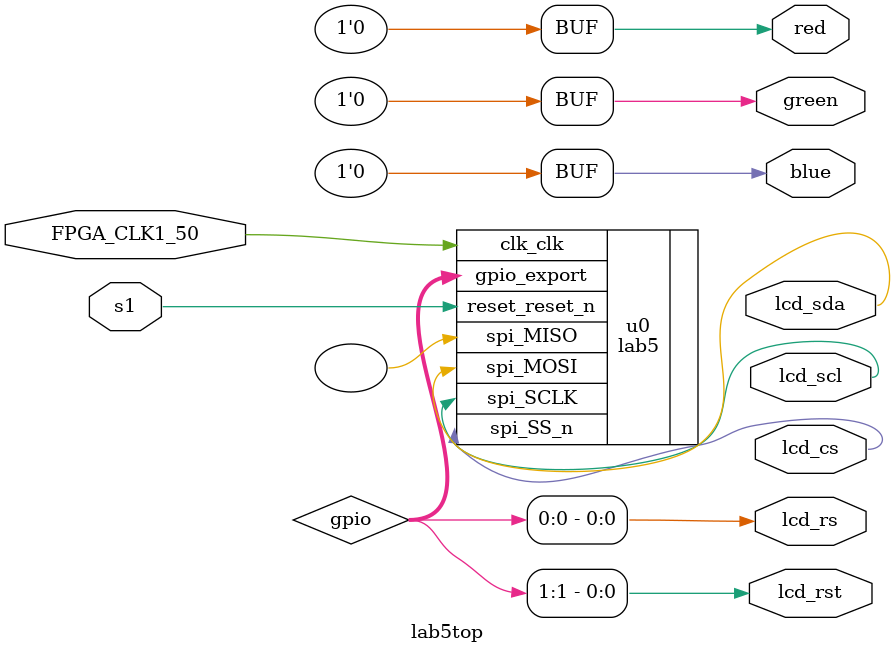
<source format=sv>

module lab5top (
                input logic FPGA_CLK1_50,  // 50 MHz input clock
                input logic s1,            // S1 pushbutton
                output logic lcd_sda, lcd_scl, lcd_cs, lcd_rs, lcd_rst,  // LCD signals
				output logic red, green, blue // RGB LED signals
				) ;

    logic [7:0] gpio;  // gpio signal from processor
	
    // instantiate processor system here
	 lab5 u0 (
        .clk_clk       (FPGA_CLK1_50), // Connects to 50 MHz input clock
        .gpio_export   (gpio),         // Connects to internal gpio signal
        .reset_reset_n (s1),           // Connects to S1 pushbutton
        .spi_MISO      (),             // Not connected
        .spi_MOSI      (lcd_sda),      // .MOSI
        .spi_SCLK      (lcd_scl),      // .SCLK
        .spi_SS_n      (lcd_cs)        // .SS_n
    );

    // control the display data/command (lcd_rs) with gpio[0] from processor
    assign lcd_rs = gpio[0];
	
    // control active low display reset (lcd_rst) with gpio[1] from processor
    assign lcd_rst = gpio[1];

	// turn off the RGB LED on the BoosterPack
	assign {red, green, blue} = '0;

endmodule
</source>
